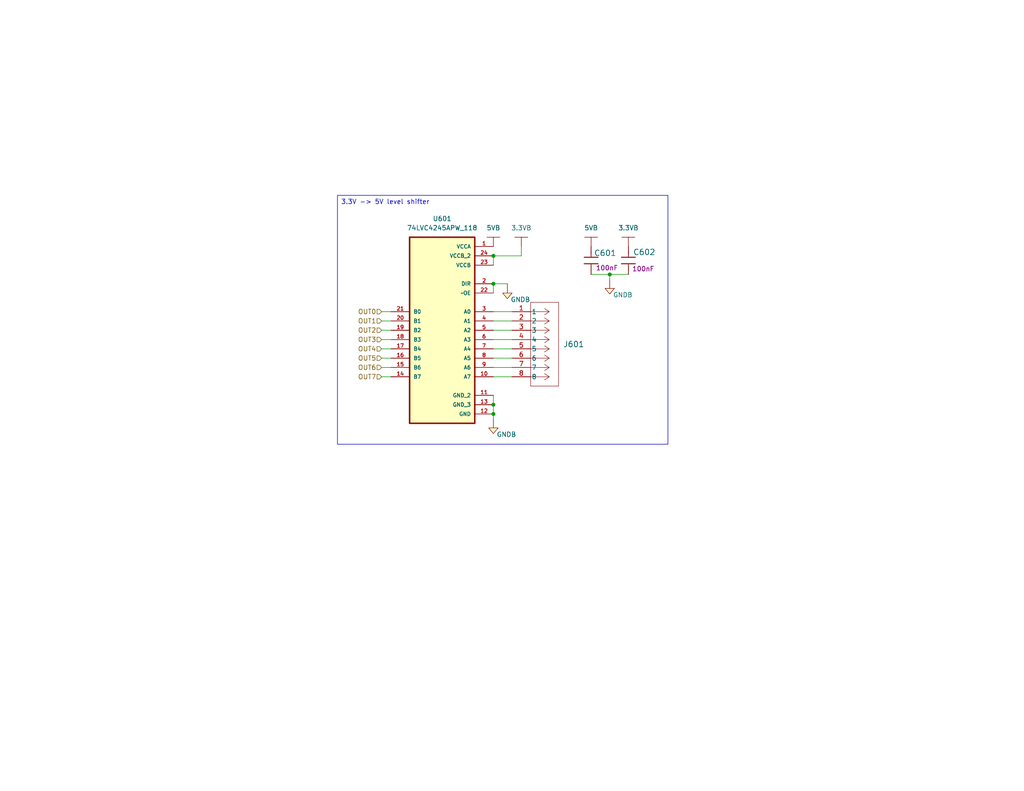
<source format=kicad_sch>
(kicad_sch (version 20231120) (generator "eeschema") (generator_version "8.0")
  (paper "USLetter")
  (title_block (title "5V Output") (comment 1 "Gérémy Sauvageau"))
  (lib_symbols
    (symbol "Capacitors:885012207098" (pin_numbers hide) (pin_names (offset 0) hide)
      (property "Reference" "C" (at -1.27 4.064 0))
      (property "Capacitance (Farad)" "100nF" (at -1.27 -3.048 0))
      (symbol "885012207098_0_1"
        (polyline (pts (xy -2.54 0) (xy -2.286 0)))
        (polyline (pts (xy -2.159 1.905) (xy -2.159 -1.905)) (stroke (width 0.254)))
        (polyline (pts (xy -0.381 1.905) (xy -0.381 -1.905)) (stroke (width 0.254)))
        (polyline (pts (xy 0 0) (xy -0.254 0)))
        (polyline (pts (xy 0.635 0) (xy 1.27 0)))
      )
      (symbol "885012207098_1_1"
        (pin passive line (at -5.08 0 0) (length 2.54) (name "1") (number "1"))
        (pin passive line (at 2.54 0 180) (length 2.54) (name "2") (number "2"))
      )
    )
    (symbol "Connectors:2350514-8" (pin_names (offset 0.254))
      (property "Reference" "J" (at 8.89 6.35 0))
      (symbol "2350514-8_1_1"
        (polyline (pts (xy 5.08 -20.32) (xy 12.7 -20.32)) (stroke (width 0.127)))
        (polyline (pts (xy 5.08 2.54) (xy 5.08 -20.32)) (stroke (width 0.127)))
        (polyline (pts (xy 10.16 -17.78) (xy 5.08 -17.78)) (stroke (width 0.127)))
        (polyline (pts (xy 10.16 -17.78) (xy 8.89 -18.6267)) (stroke (width 0.127)))
        (polyline (pts (xy 10.16 -17.78) (xy 8.89 -16.9333)) (stroke (width 0.127)))
        (polyline (pts (xy 10.16 -15.24) (xy 5.08 -15.24)) (stroke (width 0.127)))
        (polyline (pts (xy 10.16 -15.24) (xy 8.89 -16.0867)) (stroke (width 0.127)))
        (polyline (pts (xy 10.16 -15.24) (xy 8.89 -14.3933)) (stroke (width 0.127)))
        (polyline (pts (xy 10.16 -12.7) (xy 5.08 -12.7)) (stroke (width 0.127)))
        (polyline (pts (xy 10.16 -12.7) (xy 8.89 -13.5467)) (stroke (width 0.127)))
        (polyline (pts (xy 10.16 -12.7) (xy 8.89 -11.8533)) (stroke (width 0.127)))
        (polyline (pts (xy 10.16 -10.16) (xy 5.08 -10.16)) (stroke (width 0.127)))
        (polyline (pts (xy 10.16 -10.16) (xy 8.89 -11.0067)) (stroke (width 0.127)))
        (polyline (pts (xy 10.16 -10.16) (xy 8.89 -9.3133)) (stroke (width 0.127)))
        (polyline (pts (xy 10.16 -7.62) (xy 5.08 -7.62)) (stroke (width 0.127)))
        (polyline (pts (xy 10.16 -7.62) (xy 8.89 -8.4667)) (stroke (width 0.127)))
        (polyline (pts (xy 10.16 -7.62) (xy 8.89 -6.7733)) (stroke (width 0.127)))
        (polyline (pts (xy 10.16 -5.08) (xy 5.08 -5.08)) (stroke (width 0.127)))
        (polyline (pts (xy 10.16 -5.08) (xy 8.89 -5.9267)) (stroke (width 0.127)))
        (polyline (pts (xy 10.16 -5.08) (xy 8.89 -4.2333)) (stroke (width 0.127)))
        (polyline (pts (xy 10.16 -2.54) (xy 5.08 -2.54)) (stroke (width 0.127)))
        (polyline (pts (xy 10.16 -2.54) (xy 8.89 -3.3867)) (stroke (width 0.127)))
        (polyline (pts (xy 10.16 -2.54) (xy 8.89 -1.6933)) (stroke (width 0.127)))
        (polyline (pts (xy 10.16 0) (xy 5.08 0)) (stroke (width 0.127)))
        (polyline (pts (xy 10.16 0) (xy 8.89 -0.8467)) (stroke (width 0.127)))
        (polyline (pts (xy 10.16 0) (xy 8.89 0.8467)) (stroke (width 0.127)))
        (polyline (pts (xy 12.7 -20.32) (xy 12.7 2.54)) (stroke (width 0.127)))
        (polyline (pts (xy 12.7 2.54) (xy 5.08 2.54)) (stroke (width 0.127)))
        (pin unspecified line (at 0 0 0) (length 5.08) (name "1") (number "1"))
        (pin unspecified line (at 0 -2.54 0) (length 5.08) (name "2") (number "2"))
        (pin unspecified line (at 0 -5.08 0) (length 5.08) (name "3") (number "3"))
        (pin unspecified line (at 0 -7.62 0) (length 5.08) (name "4") (number "4"))
        (pin unspecified line (at 0 -10.16 0) (length 5.08) (name "5") (number "5"))
        (pin unspecified line (at 0 -12.7 0) (length 5.08) (name "6") (number "6"))
        (pin unspecified line (at 0 -15.24 0) (length 5.08) (name "7") (number "7"))
        (pin unspecified line (at 0 -17.78 0) (length 5.08) (name "8") (number "8"))
      )
      (symbol "2350514-8_1_2"
        (polyline (pts (xy 5.08 -20.32) (xy 12.7 -20.32)) (stroke (width 0.127)))
        (polyline (pts (xy 5.08 2.54) (xy 5.08 -20.32)) (stroke (width 0.127)))
        (polyline (pts (xy 7.62 -17.78) (xy 5.08 -17.78)) (stroke (width 0.127)))
        (polyline (pts (xy 7.62 -17.78) (xy 8.89 -18.6267)) (stroke (width 0.127)))
        (polyline (pts (xy 7.62 -17.78) (xy 8.89 -16.9333)) (stroke (width 0.127)))
        (polyline (pts (xy 7.62 -15.24) (xy 5.08 -15.24)) (stroke (width 0.127)))
        (polyline (pts (xy 7.62 -15.24) (xy 8.89 -16.0867)) (stroke (width 0.127)))
        (polyline (pts (xy 7.62 -15.24) (xy 8.89 -14.3933)) (stroke (width 0.127)))
        (polyline (pts (xy 7.62 -12.7) (xy 5.08 -12.7)) (stroke (width 0.127)))
        (polyline (pts (xy 7.62 -12.7) (xy 8.89 -13.5467)) (stroke (width 0.127)))
        (polyline (pts (xy 7.62 -12.7) (xy 8.89 -11.8533)) (stroke (width 0.127)))
        (polyline (pts (xy 7.62 -10.16) (xy 5.08 -10.16)) (stroke (width 0.127)))
        (polyline (pts (xy 7.62 -10.16) (xy 8.89 -11.0067)) (stroke (width 0.127)))
        (polyline (pts (xy 7.62 -10.16) (xy 8.89 -9.3133)) (stroke (width 0.127)))
        (polyline (pts (xy 7.62 -7.62) (xy 5.08 -7.62)) (stroke (width 0.127)))
        (polyline (pts (xy 7.62 -7.62) (xy 8.89 -8.4667)) (stroke (width 0.127)))
        (polyline (pts (xy 7.62 -7.62) (xy 8.89 -6.7733)) (stroke (width 0.127)))
        (polyline (pts (xy 7.62 -5.08) (xy 5.08 -5.08)) (stroke (width 0.127)))
        (polyline (pts (xy 7.62 -5.08) (xy 8.89 -5.9267)) (stroke (width 0.127)))
        (polyline (pts (xy 7.62 -5.08) (xy 8.89 -4.2333)) (stroke (width 0.127)))
        (polyline (pts (xy 7.62 -2.54) (xy 5.08 -2.54)) (stroke (width 0.127)))
        (polyline (pts (xy 7.62 -2.54) (xy 8.89 -3.3867)) (stroke (width 0.127)))
        (polyline (pts (xy 7.62 -2.54) (xy 8.89 -1.6933)) (stroke (width 0.127)))
        (polyline (pts (xy 7.62 0) (xy 5.08 0)) (stroke (width 0.127)))
        (polyline (pts (xy 7.62 0) (xy 8.89 -0.8467)) (stroke (width 0.127)))
        (polyline (pts (xy 7.62 0) (xy 8.89 0.8467)) (stroke (width 0.127)))
        (polyline (pts (xy 12.7 -20.32) (xy 12.7 2.54)) (stroke (width 0.127)))
        (polyline (pts (xy 12.7 2.54) (xy 5.08 2.54)) (stroke (width 0.127)))
        (pin unspecified line (at 0 0 0) (length 5.08) (name "1") (number "1"))
        (pin unspecified line (at 0 -2.54 0) (length 5.08) (name "2") (number "2"))
        (pin unspecified line (at 0 -5.08 0) (length 5.08) (name "3") (number "3"))
        (pin unspecified line (at 0 -7.62 0) (length 5.08) (name "4") (number "4"))
        (pin unspecified line (at 0 -10.16 0) (length 5.08) (name "5") (number "5"))
        (pin unspecified line (at 0 -12.7 0) (length 5.08) (name "6") (number "6"))
        (pin unspecified line (at 0 -15.24 0) (length 5.08) (name "7") (number "7"))
        (pin unspecified line (at 0 -17.78 0) (length 5.08) (name "8") (number "8"))
      )
    )
    (symbol "Interface:74LVC4245APW_118" (pin_names (offset 1.016))
      (property "Reference" "U" (at -5.1107 27.4604 0))
      (property "Value" "74LVC4245APW_118" (at -3.6643 -35.0147 0))
      (symbol "74LVC4245APW_118_0_0"
        (rectangle (start -12.7 22.86) (end 5.08 -27.94) (stroke (width 0.4064)) (fill (type background)))
        (pin power_in line (at -17.78 20.32 0) (length 5.08) (name "VCCA") (number "1"))
        (pin bidirectional line (at -17.78 -15.24 0) (length 5.08) (name "A7") (number "10"))
        (pin passive line (at -17.78 -20.32 0) (length 5.08) (name "GND_2") (number "11"))
        (pin passive line (at -17.78 -25.4 0) (length 5.08) (name "GND") (number "12"))
        (pin passive line (at -17.78 -22.86 0) (length 5.08) (name "GND_3") (number "13"))
        (pin bidirectional line (at 10.16 -15.24 180) (length 5.08) (name "B7") (number "14"))
        (pin bidirectional line (at 10.16 -12.7 180) (length 5.08) (name "B6") (number "15"))
        (pin bidirectional line (at 10.16 -10.16 180) (length 5.08) (name "B5") (number "16"))
        (pin bidirectional line (at 10.16 -7.62 180) (length 5.08) (name "B4") (number "17"))
        (pin bidirectional line (at 10.16 -5.08 180) (length 5.08) (name "B3") (number "18"))
        (pin bidirectional line (at 10.16 -2.54 180) (length 5.08) (name "B2") (number "19"))
        (pin input line (at -17.78 10.16 0) (length 5.08) (name "DIR") (number "2"))
        (pin bidirectional line (at 10.16 0 180) (length 5.08) (name "B1") (number "20"))
        (pin bidirectional line (at 10.16 2.54 180) (length 5.08) (name "B0") (number "21"))
        (pin input line (at -17.78 7.62 0) (length 5.08) (name "~OE") (number "22"))
        (pin power_in line (at -17.78 15.24 0) (length 5.08) (name "VCCB") (number "23"))
        (pin power_in line (at -17.78 17.78 0) (length 5.08) (name "VCCB_2") (number "24"))
        (pin bidirectional line (at -17.78 2.54 0) (length 5.08) (name "A0") (number "3"))
        (pin bidirectional line (at -17.78 0 0) (length 5.08) (name "A1") (number "4"))
        (pin bidirectional line (at -17.78 -2.54 0) (length 5.08) (name "A2") (number "5"))
        (pin bidirectional line (at -17.78 -5.08 0) (length 5.08) (name "A3") (number "6"))
        (pin bidirectional line (at -17.78 -7.62 0) (length 5.08) (name "A4") (number "7"))
        (pin bidirectional line (at -17.78 -10.16 0) (length 5.08) (name "A5") (number "8"))
        (pin bidirectional line (at -17.78 -12.7 0) (length 5.08) (name "A6") (number "9"))
      )
    )
    (symbol "Power_Port:3.3VB" (power) (pin_numbers hide) (pin_names (offset 0) hide)
      (property "Value" "3.3VB" (at -0.254 3.556 0))
      (symbol "3.3VB_0_1"
        (polyline (pts (xy -1.778 2.54) (xy 0 2.54)))
        (polyline (pts (xy 0 0) (xy 0 2.54)))
        (polyline (pts (xy 0 2.54) (xy 1.778 2.54)))
      )
      (symbol "3.3VB_1_1"
        (pin power_in line (at 0 0 90) (length 0) hide (name "3.3VB") (number "1"))
      )
    )
    (symbol "Power_Port:5VB" (power) (pin_numbers hide) (pin_names (offset 0) hide)
      (property "Value" "5VB" (at -0.254 3.556 0))
      (symbol "5VB_0_1"
        (polyline (pts (xy -1.778 2.54) (xy 0 2.54)))
        (polyline (pts (xy 0 0) (xy 0 2.54)))
        (polyline (pts (xy 0 2.54) (xy 1.778 2.54)))
      )
      (symbol "5VB_1_1"
        (pin power_in line (at 0 0 90) (length 0) hide (name "5VB") (number "1"))
      )
    )
    (symbol "Power_Port:GNDB" (power) (pin_numbers hide) (pin_names (offset 0) hide)
      (property "Value" "GNDB" (at 0 -2.54 0))
      (symbol "GNDB_0_1"
        (polyline (pts (xy 0 0) (xy 1.27 0)))
        (polyline (pts (xy -1.27 0) (xy 0 -1.524) (xy 1.27 0)) (fill (type background)))
        (polyline (pts (xy 0 2.54) (xy 0 0) (xy -1.27 0)))
      )
      (symbol "GNDB_1_1"
        (pin power_in line (at 0 2.54 90) (length 0) hide (name "GNDB") (number "1"))
      )
    )
  )
  (junction (at 134.62 110.49))
  (junction (at 134.62 113.03))
  (junction (at 134.62 77.47))
  (junction (at 166.37 74.93))
  (junction (at 134.62 69.85))
  (wire (pts (xy 134.62 85.09) (xy 139.7 85.09)))
  (wire (pts (xy 134.62 87.63) (xy 139.7 87.63)))
  (wire (pts (xy 134.62 90.17) (xy 139.7 90.17)))
  (wire (pts (xy 104.14 95.25) (xy 106.68 95.25)))
  (wire (pts (xy 134.62 77.47) (xy 138.43 77.47)))
  (wire (pts (xy 161.29 74.93) (xy 166.37 74.93)))
  (wire (pts (xy 104.14 92.71) (xy 106.68 92.71)))
  (wire (pts (xy 134.62 77.47) (xy 134.62 80.01)))
  (wire (pts (xy 134.62 113.03) (xy 134.62 114.3)))
  (wire (pts (xy 104.14 87.63) (xy 106.68 87.63)))
  (wire (pts (xy 104.14 85.09) (xy 106.68 85.09)))
  (wire (pts (xy 166.37 74.93) (xy 166.37 76.2)))
  (wire (pts (xy 166.37 74.93) (xy 171.45 74.93)))
  (wire (pts (xy 134.62 92.71) (xy 139.7 92.71)))
  (wire (pts (xy 134.62 97.79) (xy 139.7 97.79)))
  (wire (pts (xy 134.62 69.85) (xy 134.62 72.39)))
  (wire (pts (xy 104.14 100.33) (xy 106.68 100.33)))
  (wire (pts (xy 134.62 95.25) (xy 139.7 95.25)))
  (wire (pts (xy 142.24 67.31) (xy 142.24 69.85)))
  (wire (pts (xy 134.62 69.85) (xy 142.24 69.85)))
  (wire (pts (xy 104.14 102.87) (xy 106.68 102.87)))
  (wire (pts (xy 134.62 100.33) (xy 139.7 100.33)))
  (wire (pts (xy 134.62 110.49) (xy 134.62 113.03)))
  (wire (pts (xy 134.62 102.87) (xy 139.7 102.87)))
  (wire (pts (xy 134.62 107.95) (xy 134.62 110.49)))
  (wire (pts (xy 104.14 97.79) (xy 106.68 97.79)))
  (wire (pts (xy 104.14 90.17) (xy 106.68 90.17)))
  (text_box "3.3V -> 5V level shifter" (at 92.075 53.34 0) (size 90.17 67.945) (effects (font (size 1.27 1.27)) (justify left top)))
  (hierarchical_label "OUT7" (shape input) (at 104.14 102.87 180))
  (hierarchical_label "OUT1" (shape input) (at 104.14 87.63 180))
  (hierarchical_label "OUT2" (shape input) (at 104.14 90.17 180))
  (hierarchical_label "OUT4" (shape input) (at 104.14 95.25 180))
  (hierarchical_label "OUT6" (shape input) (at 104.14 100.33 180))
  (hierarchical_label "OUT3" (shape input) (at 104.14 92.71 180))
  (hierarchical_label "OUT5" (shape input) (at 104.14 97.79 180))
  (hierarchical_label "OUT0" (shape input) (at 104.14 85.09 180))
  (symbol (lib_id "Power_Port:3.3VB") (at 171.45 67.31 0) (unit 1)
    (property "Reference" "#PWR0604" (effects (hide yes)))
    (property "Value" "3.3VB" (at 171.45 62.23 0))
  )
  (symbol (lib_id "Capacitors:885012207098") (at 161.29 69.85 90) (unit 1)
    (property "Reference" "C601" (at 162.052 69.088 90) (effects (font (size 1.524 1.524)) (justify right)))
    (property "Value" "885012207098" (effects (hide yes)))
    (property "Footprint" "Capacitors:C0805" (effects (hide yes)))
    (property "Datasheet" "D" (effects (hide yes)))
    (property "Description" "CAP CER 0.1UF 100nF 50V X7R 0805" (effects (hide yes)))
    (property "Supplier" "Digikey" (effects (hide yes)))
    (property "Supplier Part Number" "732-8080-1-ND" (effects (hide yes)))
    (property "Manufacturer" "Wurth Electronics Inc." (effects (hide yes)))
    (property "Manufacturer Part Number" "885012207098" (effects (hide yes)))
    (property "Capacitance (Farad)" "100nF" (at 162.56 73.152 90) (effects (justify right)))
    (property "Tolerance (%)" "±10%" (effects (hide yes)))
    (property "Voltage Rated (Volt)" "50V" (effects (hide yes)))
  )
  (symbol (lib_id "Power_Port:GNDB") (at 138.43 80.01 0) (unit 1)
    (property "Reference" "#PWR0606" (effects (hide yes)))
    (property "Value" "GNDB" (at 141.986 81.788 0))
  )
  (symbol (lib_id "Power_Port:GNDB") (at 166.37 78.74 0) (unit 1)
    (property "Reference" "#PWR0605" (effects (hide yes)))
    (property "Value" "GNDB" (at 169.926 80.518 0))
  )
  (symbol (lib_id "Power_Port:GNDB") (at 134.62 116.84 0) (unit 1)
    (property "Reference" "#PWR0607" (effects (hide yes)))
    (property "Value" "GNDB" (at 138.176 118.618 0))
  )
  (symbol (lib_id "Interface:74LVC4245APW_118") (at 116.84 87.63 0) (mirror y) (unit 1)
    (property "Reference" "U601" (at 120.65 59.69 0))
    (property "Value" "74LVC4245APW_118" (at 120.65 62.23 0))
    (property "Footprint" "IC:SOP65P640X110-24N" (effects (hide yes)))
    (property "Datasheet" "https://assets.nexperia.com/documents/data-sheet/74LVC4245A.pdf" (effects (hide yes)))
    (property "Description" "level shifter 8 channel bidirectionnal" (effects (hide yes)))
    (property "Supplier" "Digikey" (effects (hide yes)))
    (property "Supplier Part Number" "1727-4308-1-ND" (effects (hide yes)))
    (property "Manufacturer" "Nexperia" (effects (hide yes)))
    (property "Manufacturer Part Number" "74LVC4245APW_118" (effects (hide yes)))
  )
  (symbol (lib_id "Capacitors:885012207098") (at 171.45 69.85 90) (unit 1)
    (property "Reference" "C602" (at 172.72 68.834 90) (effects (font (size 1.524 1.524)) (justify right)))
    (property "Value" "885012207098" (effects (hide yes)))
    (property "Footprint" "Capacitors:C0805" (effects (hide yes)))
    (property "Datasheet" "D" (effects (hide yes)))
    (property "Description" "CAP CER 0.1UF 100nF 50V X7R 0805" (effects (hide yes)))
    (property "Supplier" "Digikey" (effects (hide yes)))
    (property "Supplier Part Number" "732-8080-1-ND" (effects (hide yes)))
    (property "Manufacturer" "Wurth Electronics Inc." (effects (hide yes)))
    (property "Manufacturer Part Number" "885012207098" (effects (hide yes)))
    (property "Capacitance (Farad)" "100nF" (at 172.466 73.406 90) (effects (justify right)))
    (property "Tolerance (%)" "±10%" (effects (hide yes)))
    (property "Voltage Rated (Volt)" "50V" (effects (hide yes)))
  )
  (symbol (lib_id "Power_Port:5VB") (at 161.29 67.31 0) (unit 1)
    (property "Reference" "#PWR0603" (effects (hide yes)))
    (property "Value" "5VB" (at 161.29 62.23 0))
  )
  (symbol (lib_id "Power_Port:3.3VB") (at 142.24 67.31 0) (unit 1)
    (property "Reference" "#PWR0602" (effects (hide yes)))
    (property "Value" "3.3VB" (at 142.24 62.23 0))
  )
  (symbol (lib_id "Power_Port:5VB") (at 134.62 67.31 0) (unit 1)
    (property "Reference" "#PWR0601" (effects (hide yes)))
    (property "Value" "5VB" (at 134.62 62.23 0))
  )
  (symbol (lib_id "Connectors:2350514-8") (at 139.7 85.09 0) (unit 1)
    (property "Reference" "J601" (at 153.67 93.9799 0) (effects (font (size 1.524 1.524)) (justify left)))
    (property "Value" "2350514-8" (effects (hide yes)))
    (property "Footprint" "Connectors:CONN8_2350514-8_TEC" (effects (hide yes)))
    (property "Description" "Terminal block 8pos 3.5mm" (effects (hide yes)))
    (property "Manufacturer" "TE Connectivity" (effects (hide yes)))
    (property "Manufacturer Part Number" "2350514-8" (effects (hide yes)))
    (property "Supplier" "Digikey" (effects (hide yes)))
    (property "Supplier Part Number" "A145383-ND" (effects (hide yes)))
  )
)
</source>
